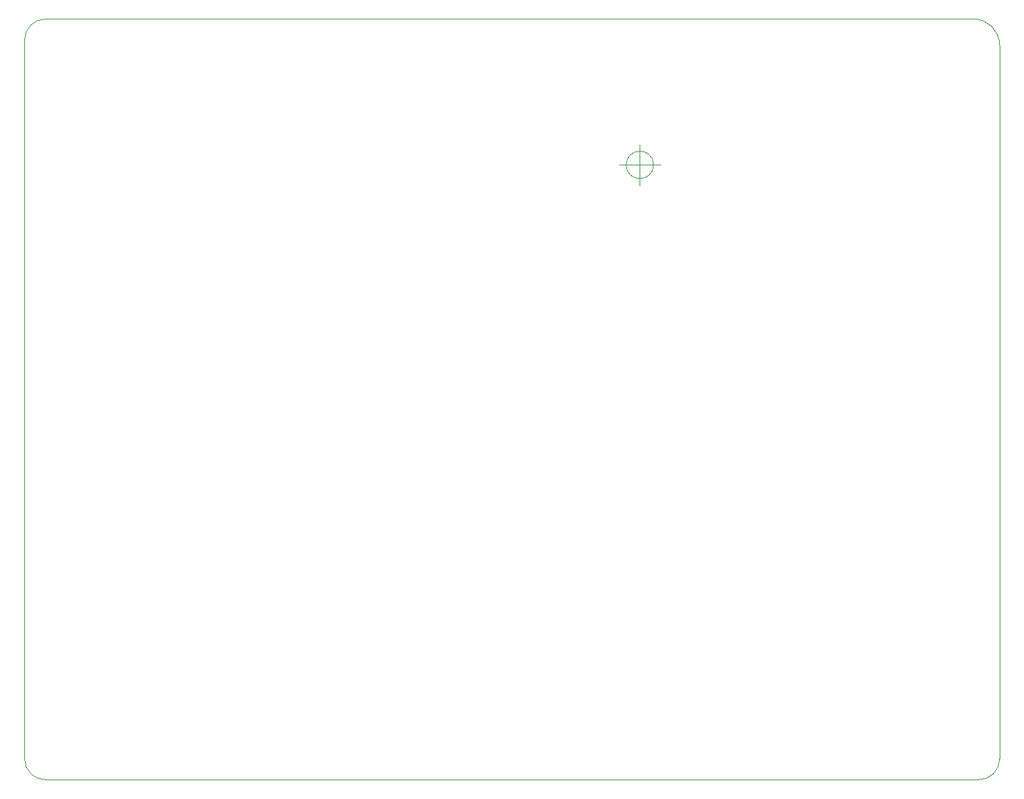
<source format=gbr>
%TF.GenerationSoftware,KiCad,Pcbnew,(5.1.7-0-10_14)*%
%TF.CreationDate,2020-11-02T16:42:48+08:00*%
%TF.ProjectId,GreenCircuit,47726565-6e43-4697-9263-7569742e6b69,v0.6*%
%TF.SameCoordinates,Original*%
%TF.FileFunction,Profile,NP*%
%FSLAX46Y46*%
G04 Gerber Fmt 4.6, Leading zero omitted, Abs format (unit mm)*
G04 Created by KiCad (PCBNEW (5.1.7-0-10_14)) date 2020-11-02 16:42:48*
%MOMM*%
%LPD*%
G01*
G04 APERTURE LIST*
%TA.AperFunction,Profile*%
%ADD10C,0.050000*%
%TD*%
G04 APERTURE END LIST*
D10*
X189440000Y-58245000D02*
X192615000Y-58245000D01*
X153641666Y-76025000D02*
G75*
G03*
X153641666Y-76025000I-1666666J0D01*
G01*
X149475000Y-76025000D02*
X154475000Y-76025000D01*
X151975000Y-73525000D02*
X151975000Y-78525000D01*
X192615000Y-58245000D02*
G75*
G02*
X195790000Y-61420000I0J-3175000D01*
G01*
X77045000Y-60785000D02*
G75*
G02*
X79585000Y-58245000I2540000J0D01*
G01*
X79585000Y-150955000D02*
G75*
G02*
X77045000Y-148415000I0J2540000D01*
G01*
X195790000Y-148415000D02*
G75*
G02*
X193250000Y-150955000I-2540000J0D01*
G01*
X193250000Y-150955000D02*
X79585000Y-150955000D01*
X77045000Y-60785000D02*
X77045000Y-148415000D01*
X189440000Y-58245000D02*
X79585000Y-58245000D01*
X195790000Y-148415000D02*
X195790000Y-61420000D01*
M02*

</source>
